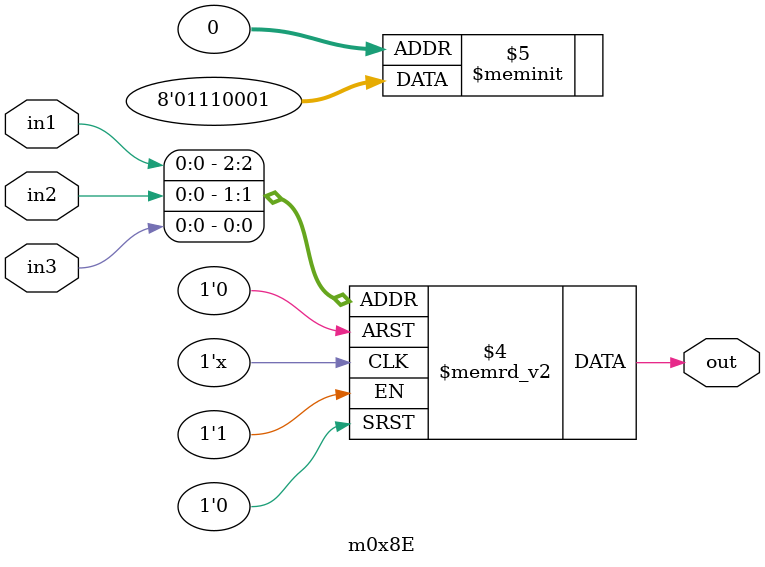
<source format=v>
module m0x8E(output out, input in1, in2, in3);

   always @(in1, in2, in3)
     begin
        case({in1, in2, in3})
          3'b000: {out} = 1'b1;
          3'b001: {out} = 1'b0;
          3'b010: {out} = 1'b0;
          3'b011: {out} = 1'b0;
          3'b100: {out} = 1'b1;
          3'b101: {out} = 1'b1;
          3'b110: {out} = 1'b1;
          3'b111: {out} = 1'b0;
        endcase // case ({in1, in2, in3})
     end // always @ (in1, in2, in3)

endmodule // m0x8E
</source>
